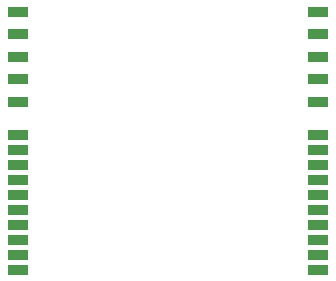
<source format=gtp>
G75*
G70*
%OFA0B0*%
%FSLAX24Y24*%
%IPPOS*%
%LPD*%
%AMOC8*
5,1,8,0,0,1.08239X$1,22.5*
%
%ADD10R,0.0660X0.0320*%
D10*
X002700Y000900D03*
X002700Y001400D03*
X002700Y001900D03*
X002700Y002400D03*
X002700Y002900D03*
X002700Y003400D03*
X002700Y003900D03*
X002700Y004400D03*
X002700Y004900D03*
X002700Y005400D03*
X002700Y006500D03*
X002700Y007250D03*
X002700Y008000D03*
X002700Y008750D03*
X002700Y009500D03*
X012700Y009500D03*
X012700Y008750D03*
X012700Y008000D03*
X012700Y007250D03*
X012700Y006500D03*
X012700Y005400D03*
X012700Y004900D03*
X012700Y004400D03*
X012700Y003900D03*
X012700Y003400D03*
X012700Y002900D03*
X012700Y002400D03*
X012700Y001900D03*
X012700Y001400D03*
X012700Y000900D03*
M02*

</source>
